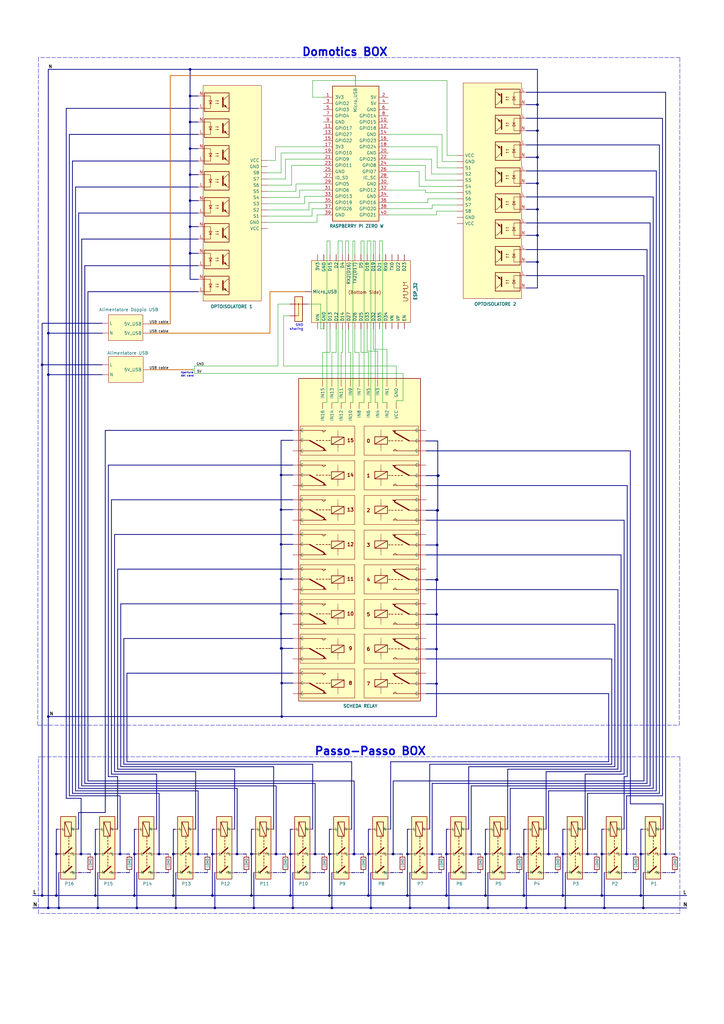
<source format=kicad_sch>
(kicad_sch (version 20211123) (generator eeschema)
  (paper "A3" portrait)
  (title_block (date "2025-03-03"))
  (junction (at 71.12 367.284))
  (junction (at 77.978 82.296))
  (junction (at 113.284 350.266))
  (junction (at 179.07 237.744))
  (junction (at 209.296 350.266))
  (junction (at 220.472 96.52))
  (junction (at 184.15 372.364))
  (junction (at 220.472 85.852))
  (junction (at 179.832 195.072))
  (junction (at 56.134 372.364))
  (junction (at 145.288 350.266))
  (junction (at 135.128 367.284))
  (junction (at 97.282 350.266))
  (junction (at 262.89 367.284))
  (junction (at 115.316 209.042))
  (junction (at 263.906 372.364))
  (junction (at 179.324 237.744))
  (junction (at 183.134 350.266))
  (junction (at 115.57 280.162))
  (junction (at 77.978 103.886))
  (junction (at 103.124 367.284))
  (junction (at 19.812 293.878))
  (junction (at 115.316 194.818))
  (junction (at 220.472 64.516))
  (junction (at 247.904 372.364))
  (junction (at 179.07 280.416))
  (junction (at 152.146 372.364))
  (junction (at 220.472 53.594))
  (junction (at 215.9 372.364))
  (junction (at 115.316 223.266))
  (junction (at 168.148 372.364))
  (junction (at 193.294 350.266))
  (junction (at 19.812 153.67))
  (junction (at 246.888 350.266))
  (junction (at 103.124 350.266))
  (junction (at 179.07 251.968))
  (junction (at 151.13 367.284))
  (junction (at 179.07 266.192))
  (junction (at 115.57 265.938))
  (junction (at 230.886 350.266))
  (junction (at 257.048 350.266))
  (junction (at 19.812 372.364))
  (junction (at 33.274 350.266))
  (junction (at 151.13 350.266))
  (junction (at 115.316 237.49))
  (junction (at 225.044 350.266))
  (junction (at 135.128 350.266))
  (junction (at 167.132 350.266))
  (junction (at 19.812 136.652))
  (junction (at 241.046 350.266))
  (junction (at 87.122 350.266))
  (junction (at 161.29 350.266))
  (junction (at 77.978 71.628))
  (junction (at 55.118 350.266))
  (junction (at 23.114 367.284))
  (junction (at 179.324 223.52))
  (junction (at 24.13 372.364))
  (junction (at 136.144 372.364))
  (junction (at 246.888 367.284))
  (junction (at 167.132 367.284))
  (junction (at 17.272 367.284))
  (junction (at 273.05 350.266))
  (junction (at 199.136 367.284))
  (junction (at 77.978 60.96))
  (junction (at 77.978 50.038))
  (junction (at 179.578 209.296))
  (junction (at 129.286 350.266))
  (junction (at 220.472 42.926))
  (junction (at 262.89 350.266))
  (junction (at 104.14 372.364))
  (junction (at 39.116 367.284))
  (junction (at 179.578 195.072))
  (junction (at 77.978 39.37))
  (junction (at 49.276 350.266))
  (junction (at 115.57 293.878))
  (junction (at 179.324 209.296))
  (junction (at 88.138 372.364))
  (junction (at 55.118 367.284))
  (junction (at 72.136 372.364))
  (junction (at 87.122 367.284))
  (junction (at 77.978 92.964))
  (junction (at 115.316 265.938))
  (junction (at 199.136 350.266))
  (junction (at 115.316 251.714))
  (junction (at 81.28 350.266))
  (junction (at 183.134 367.284))
  (junction (at 177.292 350.266))
  (junction (at 231.902 372.364))
  (junction (at 23.114 350.266))
  (junction (at 65.278 350.266))
  (junction (at 119.126 350.266))
  (junction (at 214.884 367.284))
  (junction (at 40.132 372.364))
  (junction (at 17.272 149.606))
  (junction (at 230.886 367.284))
  (junction (at 214.884 350.266))
  (junction (at 119.126 367.284))
  (junction (at 120.142 372.364))
  (junction (at 200.152 372.364))
  (junction (at 77.978 28.448))
  (junction (at 39.116 350.266))
  (junction (at 220.472 75.184))
  (junction (at 71.12 350.266))
  (junction (at 220.472 107.442))
  (bus (pts (xy 230.886 340.106) (xy 230.886 350.266)))
  (bus (pts (xy 128.524 350.266) (xy 129.286 350.266)))
  (bus (pts (xy 208.28 315.468) (xy 253.492 315.468)))
  (wire (pts (xy 153.162 134.874) (xy 153.162 143.256)))
  (bus (pts (xy 72.136 357.886) (xy 72.136 372.364)))
  (bus (pts (xy 115.57 280.162) (xy 120.142 280.162)))
  (bus (pts (xy 215.9 113.03) (xy 264.16 113.03)))
  (bus (pts (xy 176.276 313.436) (xy 250.952 313.436)))
  (bus (pts (xy 200.152 357.886) (xy 200.152 372.364)))
  (bus (pts (xy 87.122 350.266) (xy 87.122 367.284)))
  (wire (pts (xy 149.352 98.806) (xy 148.082 98.806)))
  (bus (pts (xy 19.812 136.652) (xy 19.812 153.67)))
  (bus (pts (xy 254.762 227.584) (xy 254.762 316.484)))
  (bus (pts (xy 77.978 28.448) (xy 77.978 39.37)))
  (bus (pts (xy 220.472 85.852) (xy 220.472 75.184)))
  (bus (pts (xy 23.114 367.284) (xy 39.116 367.284)))
  (bus (pts (xy 77.978 50.038) (xy 77.978 39.37)))
  (bus (pts (xy 162.814 357.886) (xy 163.068 357.886)))
  (bus (pts (xy 177.292 321.31) (xy 177.292 350.266)))
  (bus (pts (xy 114.046 357.886) (xy 114.3 357.886)))
  (bus (pts (xy 115.57 357.886) (xy 117.094 357.886)))
  (bus (pts (xy 160.274 357.886) (xy 161.544 357.886)))
  (wire (pts (xy 174.498 73.914) (xy 187.452 73.914)))
  (bus (pts (xy 161.29 320.294) (xy 161.29 350.266)))
  (wire (pts (xy 145.542 98.806) (xy 145.542 104.394)))
  (bus (pts (xy 19.812 136.652) (xy 41.91 136.652)))
  (bus (pts (xy 97.282 323.342) (xy 32.258 323.342)))
  (bus (pts (xy 183.896 340.106) (xy 183.134 340.106)))
  (bus (pts (xy 160.528 350.266) (xy 161.29 350.266)))
  (bus (pts (xy 151.13 350.266) (xy 151.13 367.284)))
  (wire (pts (xy 174.498 78.994) (xy 187.452 78.994)))
  (wire (pts (xy 162.56 164.338) (xy 165.354 164.338)))
  (bus (pts (xy 115.316 194.818) (xy 115.316 209.042)))
  (bus (pts (xy 167.132 367.284) (xy 183.134 367.284)))
  (bus (pts (xy 23.114 340.106) (xy 23.114 350.266)))
  (bus (pts (xy 193.294 350.266) (xy 193.548 350.266)))
  (bus (pts (xy 52.07 276.098) (xy 120.142 276.098)))
  (bus (pts (xy 33.528 98.044) (xy 33.528 322.326)))
  (bus (pts (xy 81.28 350.266) (xy 81.534 350.266)))
  (wire (pts (xy 139.954 165.1) (xy 141.732 165.1)))
  (bus (pts (xy 33.274 327.406) (xy 33.274 350.266)))
  (bus (pts (xy 240.03 317.5) (xy 256.032 317.5)))
  (bus (pts (xy 258.572 350.266) (xy 258.826 350.266)))
  (wire (pts (xy 151.13 144.526) (xy 151.13 155.956)))
  (wire (pts (xy 155.702 98.806) (xy 155.702 104.394)))
  (bus (pts (xy 199.898 340.106) (xy 199.136 340.106)))
  (wire (pts (xy 115.316 70.866) (xy 115.316 62.738)))
  (bus (pts (xy 88.138 357.886) (xy 88.138 372.364)))
  (wire (pts (xy 145.796 30.988) (xy 69.85 30.988)) (stroke (width 0.3) (color 204 102 0 1)))
  (bus (pts (xy 82.804 357.886) (xy 83.058 357.886)))
  (wire (pts (xy 162.56 165.1) (xy 162.56 164.338)))
  (bus (pts (xy 151.13 340.106) (xy 151.13 350.266)))
  (polyline (pts (xy 17.018 310.388) (xy 278.892 310.388)))
  (wire (pts (xy 174.498 77.978) (xy 174.498 78.994)))
  (bus (pts (xy 98.806 350.266) (xy 99.06 350.266)))
  (bus (pts (xy 179.07 237.744) (xy 179.07 251.968)))
  (bus (pts (xy 17.272 149.606) (xy 41.91 149.606)))
  (bus (pts (xy 44.45 190.754) (xy 120.142 190.754)))
  (wire (pts (xy 153.162 98.806) (xy 153.162 104.394)))
  (bus (pts (xy 103.124 367.284) (xy 119.126 367.284)))
  (bus (pts (xy 152.146 372.364) (xy 168.148 372.364)))
  (polyline (pts (xy 15.748 374.65) (xy 15.748 310.388)))
  (bus (pts (xy 55.118 350.266) (xy 55.118 367.284)))
  (bus (pts (xy 39.878 340.106) (xy 39.116 340.106)))
  (bus (pts (xy 215.9 85.852) (xy 220.472 85.852)))
  (bus (pts (xy 77.978 50.038) (xy 81.28 50.038)))
  (bus (pts (xy 145.288 320.294) (xy 36.068 320.294)))
  (bus (pts (xy 179.324 223.52) (xy 179.324 237.744)))
  (bus (pts (xy 243.332 357.886) (xy 244.856 357.886)))
  (bus (pts (xy 176.276 357.886) (xy 177.546 357.886)))
  (bus (pts (xy 64.516 350.266) (xy 65.278 350.266)))
  (wire (pts (xy 159.258 65.278) (xy 177.038 65.278)))
  (wire (pts (xy 174.498 67.818) (xy 174.498 73.914)))
  (wire (pts (xy 159.258 85.598) (xy 177.292 85.598)))
  (bus (pts (xy 83.566 357.886) (xy 85.09 357.886)))
  (bus (pts (xy 35.56 350.266) (xy 37.084 350.266)))
  (wire (pts (xy 117.094 73.406) (xy 117.094 65.278)))
  (bus (pts (xy 55.88 340.106) (xy 55.118 340.106)))
  (bus (pts (xy 194.818 357.886) (xy 195.072 357.886)))
  (bus (pts (xy 81.28 324.358) (xy 81.28 350.266)))
  (wire (pts (xy 128.016 88.646) (xy 109.728 88.646)))
  (bus (pts (xy 135.128 367.284) (xy 151.13 367.284)))
  (bus (pts (xy 103.124 340.106) (xy 103.124 350.266)))
  (bus (pts (xy 19.812 153.67) (xy 19.812 293.878)))
  (wire (pts (xy 181.356 66.294) (xy 181.356 55.118)))
  (bus (pts (xy 72.136 372.364) (xy 88.138 372.364)))
  (wire (pts (xy 109.728 83.566) (xy 124.968 83.566)))
  (bus (pts (xy 46.99 219.202) (xy 120.142 219.202)))
  (bus (pts (xy 258.572 329.692) (xy 258.572 184.912)))
  (bus (pts (xy 48.514 350.266) (xy 49.276 350.266)))
  (bus (pts (xy 220.472 42.926) (xy 220.472 28.448)))
  (bus (pts (xy 240.03 317.5) (xy 240.03 340.106)))
  (bus (pts (xy 200.152 372.364) (xy 215.9 372.364)))
  (bus (pts (xy 114.808 357.886) (xy 115.062 357.886)))
  (bus (pts (xy 115.316 223.266) (xy 120.142 223.266)))
  (bus (pts (xy 17.272 367.284) (xy 17.272 149.606)))
  (bus (pts (xy 224.282 350.266) (xy 225.044 350.266)))
  (bus (pts (xy 112.268 314.452) (xy 49.53 314.452)))
  (wire (pts (xy 158.75 165.1) (xy 156.972 165.1)))
  (bus (pts (xy 215.9 80.772) (xy 267.97 80.772)))
  (bus (pts (xy 266.7 322.326) (xy 266.7 91.44)))
  (bus (pts (xy 119.888 340.106) (xy 119.126 340.106)))
  (bus (pts (xy 178.816 350.266) (xy 179.07 350.266)))
  (bus (pts (xy 40.132 357.886) (xy 40.132 372.364)))
  (wire (pts (xy 187.452 66.294) (xy 181.356 66.294)))
  (bus (pts (xy 13.462 372.364) (xy 19.812 372.364)))
  (bus (pts (xy 17.272 367.284) (xy 23.114 367.284)))
  (wire (pts (xy 143.002 134.874) (xy 143.002 144.526)))
  (bus (pts (xy 146.812 357.886) (xy 147.066 357.886)))
  (wire (pts (xy 145.796 30.988) (xy 145.796 32.512)) (stroke (width 0.3) (color 204 102 0 1)))
  (wire (pts (xy 135.382 134.874) (xy 135.382 144.526)))
  (wire (pts (xy 159.258 70.358) (xy 171.958 70.358)))
  (bus (pts (xy 179.578 357.886) (xy 181.102 357.886)))
  (wire (pts (xy 126.492 124.714) (xy 131.572 124.714)))
  (wire (pts (xy 150.622 98.806) (xy 150.622 104.394)))
  (bus (pts (xy 35.56 357.886) (xy 37.084 357.886)))
  (bus (pts (xy 199.136 350.266) (xy 199.136 367.284)))
  (bus (pts (xy 262.89 367.284) (xy 281.686 367.284)))
  (wire (pts (xy 138.684 98.806) (xy 140.462 98.806)))
  (wire (pts (xy 116.332 150.114) (xy 162.56 150.114)))
  (bus (pts (xy 195.58 357.886) (xy 197.104 357.886)))
  (bus (pts (xy 50.8 357.886) (xy 51.054 357.886)))
  (bus (pts (xy 32.258 333.248) (xy 43.18 333.248)))
  (wire (pts (xy 150.622 134.874) (xy 150.622 144.018)))
  (wire (pts (xy 79.756 153.162) (xy 165.354 153.162)))
  (bus (pts (xy 82.042 357.886) (xy 82.296 357.886)))
  (bus (pts (xy 273.812 357.886) (xy 274.066 357.886)))
  (wire (pts (xy 175.514 83.058) (xy 175.514 81.534)))
  (bus (pts (xy 275.336 350.266) (xy 276.86 350.266)))
  (bus (pts (xy 88.138 372.364) (xy 104.14 372.364)))
  (bus (pts (xy 231.902 357.886) (xy 231.902 372.364)))
  (bus (pts (xy 115.316 180.594) (xy 115.316 194.818)))
  (bus (pts (xy 28.448 55.118) (xy 28.448 326.39)))
  (bus (pts (xy 174.752 213.36) (xy 256.032 213.36)))
  (bus (pts (xy 112.522 350.266) (xy 113.284 350.266)))
  (bus (pts (xy 241.046 350.266) (xy 241.3 350.266)))
  (bus (pts (xy 24.13 372.364) (xy 40.132 372.364)))
  (bus (pts (xy 23.876 340.106) (xy 23.114 340.106)))
  (wire (pts (xy 159.258 83.058) (xy 175.514 83.058)))
  (wire (pts (xy 130.048 88.138) (xy 130.048 91.186)))
  (bus (pts (xy 174.752 227.584) (xy 254.762 227.584)))
  (bus (pts (xy 32.258 87.376) (xy 32.258 323.342)))
  (bus (pts (xy 161.29 320.294) (xy 264.16 320.294)))
  (bus (pts (xy 241.808 350.266) (xy 242.062 350.266)))
  (wire (pts (xy 136.144 165.1) (xy 138.684 165.1)))
  (bus (pts (xy 72.136 350.266) (xy 71.12 350.266)))
  (wire (pts (xy 145.542 134.874) (xy 145.542 144.526)))
  (bus (pts (xy 83.566 350.266) (xy 85.09 350.266)))
  (bus (pts (xy 146.812 350.266) (xy 147.066 350.266)))
  (bus (pts (xy 80.518 350.266) (xy 81.28 350.266)))
  (bus (pts (xy 115.316 194.818) (xy 120.142 194.818)))
  (bus (pts (xy 215.9 48.514) (xy 271.78 48.514)))
  (bus (pts (xy 129.286 321.31) (xy 129.286 350.266)))
  (wire (pts (xy 135.382 98.806) (xy 135.382 104.394)))
  (wire (pts (xy 147.32 144.526) (xy 147.32 155.956)))
  (wire (pts (xy 124.968 83.566) (xy 124.968 80.518)))
  (bus (pts (xy 225.806 350.266) (xy 226.06 350.266)))
  (wire (pts (xy 148.082 98.806) (xy 148.082 104.394)))
  (wire (pts (xy 128.016 85.598) (xy 128.016 88.646)))
  (wire (pts (xy 139.954 144.526) (xy 139.954 155.956)))
  (bus (pts (xy 151.13 367.284) (xy 167.132 367.284)))
  (bus (pts (xy 184.15 350.266) (xy 183.134 350.266)))
  (bus (pts (xy 144.272 312.42) (xy 52.07 312.42)))
  (bus (pts (xy 273.05 350.266) (xy 273.304 350.266)))
  (bus (pts (xy 49.276 350.266) (xy 49.53 350.266)))
  (bus (pts (xy 39.116 367.284) (xy 55.118 367.284)))
  (bus (pts (xy 48.26 315.468) (xy 48.26 233.426)))
  (wire (pts (xy 177.038 71.374) (xy 187.452 71.374)))
  (bus (pts (xy 179.578 180.848) (xy 179.578 195.072)))
  (polyline (pts (xy 278.892 310.388) (xy 278.892 374.65)))
  (bus (pts (xy 215.646 340.106) (xy 214.884 340.106)))
  (bus (pts (xy 67.564 357.886) (xy 69.088 357.886)))
  (bus (pts (xy 34.798 350.266) (xy 35.052 350.266)))
  (bus (pts (xy 129.286 321.31) (xy 34.798 321.31)))
  (wire (pts (xy 78.74 151.892) (xy 79.756 151.892)))
  (bus (pts (xy 259.334 357.886) (xy 260.858 357.886)))
  (bus (pts (xy 184.15 357.886) (xy 184.15 372.364)))
  (bus (pts (xy 19.812 372.364) (xy 24.13 372.364)))
  (wire (pts (xy 165.354 153.162) (xy 165.354 164.338)))
  (wire (pts (xy 79.756 150.114) (xy 114.046 150.114)))
  (bus (pts (xy 77.978 60.96) (xy 77.978 50.038)))
  (bus (pts (xy 179.578 195.072) (xy 179.578 209.296)))
  (bus (pts (xy 174.752 209.296) (xy 179.324 209.296)))
  (bus (pts (xy 128.27 313.436) (xy 50.8 313.436)))
  (bus (pts (xy 77.978 92.964) (xy 77.978 82.296)))
  (bus (pts (xy 168.148 372.364) (xy 184.15 372.364)))
  (wire (pts (xy 177.038 65.278) (xy 177.038 71.374)))
  (bus (pts (xy 211.582 350.266) (xy 213.106 350.266)))
  (bus (pts (xy 272.034 329.692) (xy 272.034 340.106)))
  (wire (pts (xy 128.27 39.878) (xy 128.27 33.02)))
  (bus (pts (xy 256.286 350.266) (xy 257.048 350.266)))
  (bus (pts (xy 160.274 312.42) (xy 160.274 340.106)))
  (wire (pts (xy 109.728 75.946) (xy 119.634 75.946)))
  (wire (pts (xy 69.85 30.988) (xy 69.85 132.842)) (stroke (width 0.3) (color 204 102 0 1)))
  (bus (pts (xy 77.978 28.448) (xy 19.812 28.448)))
  (bus (pts (xy 82.042 350.266) (xy 82.296 350.266)))
  (bus (pts (xy 99.568 350.266) (xy 101.092 350.266)))
  (bus (pts (xy 257.048 326.39) (xy 257.048 350.266)))
  (bus (pts (xy 119.126 340.106) (xy 119.126 350.266)))
  (bus (pts (xy 167.132 350.266) (xy 167.132 367.284)))
  (bus (pts (xy 267.97 80.772) (xy 267.97 323.342)))
  (bus (pts (xy 24.13 350.266) (xy 23.114 350.266)))
  (bus (pts (xy 193.294 322.326) (xy 193.294 350.266)))
  (wire (pts (xy 141.732 98.806) (xy 143.002 98.806)))
  (bus (pts (xy 40.132 372.364) (xy 56.134 372.364)))
  (bus (pts (xy 50.038 357.886) (xy 50.292 357.886)))
  (bus (pts (xy 64.262 357.886) (xy 65.532 357.886)))
  (bus (pts (xy 32.258 357.886) (xy 33.528 357.886)))
  (wire (pts (xy 131.572 124.714) (xy 131.572 134.874)))
  (bus (pts (xy 98.044 350.266) (xy 98.298 350.266)))
  (bus (pts (xy 184.15 372.364) (xy 200.152 372.364)))
  (bus (pts (xy 263.906 372.364) (xy 281.686 372.364)))
  (bus (pts (xy 120.142 209.042) (xy 115.316 209.042)))
  (bus (pts (xy 211.582 357.886) (xy 213.106 357.886)))
  (wire (pts (xy 132.334 165.1) (xy 134.112 165.1)))
  (bus (pts (xy 273.812 350.266) (xy 274.066 350.266)))
  (wire (pts (xy 162.56 150.114) (xy 162.56 155.956)))
  (bus (pts (xy 131.572 350.266) (xy 133.096 350.266)))
  (bus (pts (xy 272.034 357.886) (xy 273.304 357.886)))
  (bus (pts (xy 179.07 266.192) (xy 179.07 280.416)))
  (bus (pts (xy 128.27 357.886) (xy 129.54 357.886)))
  (bus (pts (xy 113.284 322.326) (xy 33.528 322.326)))
  (wire (pts (xy 183.388 33.02) (xy 183.388 63.754)))
  (wire (pts (xy 159.258 60.198) (xy 179.324 60.198)))
  (bus (pts (xy 81.28 76.708) (xy 30.988 76.708)))
  (bus (pts (xy 77.978 60.96) (xy 81.28 60.96)))
  (bus (pts (xy 104.14 350.266) (xy 103.124 350.266)))
  (wire (pts (xy 126.746 83.058) (xy 132.588 83.058)))
  (bus (pts (xy 231.648 340.106) (xy 230.886 340.106)))
  (wire (pts (xy 159.258 67.818) (xy 174.498 67.818)))
  (bus (pts (xy 208.28 315.468) (xy 208.28 340.106)))
  (wire (pts (xy 177.292 84.074) (xy 187.452 84.074)))
  (bus (pts (xy 56.134 350.266) (xy 55.118 350.266)))
  (bus (pts (xy 27.178 44.45) (xy 27.178 327.406)))
  (bus (pts (xy 77.978 82.296) (xy 77.978 71.628)))
  (bus (pts (xy 80.264 357.886) (xy 81.534 357.886)))
  (bus (pts (xy 262.89 340.106) (xy 262.89 350.266)))
  (bus (pts (xy 192.278 357.886) (xy 193.548 357.886)))
  (wire (pts (xy 158.75 143.256) (xy 158.75 155.956)))
  (bus (pts (xy 98.806 357.886) (xy 99.06 357.886)))
  (wire (pts (xy 177.292 85.598) (xy 177.292 84.074)))
  (bus (pts (xy 77.978 103.886) (xy 81.28 103.886)))
  (bus (pts (xy 220.472 107.442) (xy 220.472 96.52)))
  (wire (pts (xy 132.588 60.198) (xy 113.03 60.198)))
  (bus (pts (xy 36.068 119.634) (xy 36.068 320.294)))
  (bus (pts (xy 146.05 350.266) (xy 146.304 350.266)))
  (bus (pts (xy 81.28 114.554) (xy 77.978 114.554)))
  (wire (pts (xy 119.634 67.818) (xy 132.588 67.818)))
  (wire (pts (xy 126.746 86.106) (xy 126.746 83.058)))
  (bus (pts (xy 263.906 350.266) (xy 262.89 350.266)))
  (bus (pts (xy 215.9 70.104) (xy 269.24 70.104)))
  (wire (pts (xy 137.922 144.526) (xy 136.144 144.526)))
  (bus (pts (xy 174.752 284.48) (xy 249.682 284.48)))
  (bus (pts (xy 13.462 367.284) (xy 17.272 367.284)))
  (bus (pts (xy 55.118 340.106) (xy 55.118 350.266)))
  (bus (pts (xy 163.576 350.266) (xy 165.1 350.266)))
  (bus (pts (xy 215.9 37.846) (xy 273.05 37.846)))
  (bus (pts (xy 174.752 280.416) (xy 179.07 280.416)))
  (bus (pts (xy 66.802 350.266) (xy 67.056 350.266)))
  (bus (pts (xy 19.812 153.67) (xy 41.91 153.67)))
  (bus (pts (xy 250.952 270.256) (xy 250.952 313.436)))
  (bus (pts (xy 51.562 350.266) (xy 53.086 350.266)))
  (bus (pts (xy 225.044 350.266) (xy 225.298 350.266)))
  (bus (pts (xy 97.282 350.266) (xy 97.536 350.266)))
  (bus (pts (xy 32.258 87.376) (xy 81.28 87.376)))
  (bus (pts (xy 61.214 151.638) (xy 78.74 151.638)) (stroke (width 0.3) (color 204 102 0 1)))
  (bus (pts (xy 48.26 233.426) (xy 120.142 233.426)))
  (bus (pts (xy 194.818 350.266) (xy 195.072 350.266)))
  (wire (pts (xy 159.258 55.118) (xy 181.356 55.118)))
  (bus (pts (xy 97.282 323.342) (xy 97.282 350.266)))
  (bus (pts (xy 56.134 372.364) (xy 72.136 372.364)))
  (bus (pts (xy 220.472 118.11) (xy 220.472 107.442)))
  (bus (pts (xy 200.152 350.266) (xy 199.136 350.266)))
  (wire (pts (xy 110.744 136.652) (xy 110.744 119.634)) (stroke (width 0.3) (color 204 102 0 1)))
  (wire (pts (xy 61.214 136.652) (xy 110.744 136.652)) (stroke (width 0.3) (color 204 102 0 1)))
  (bus (pts (xy 87.884 340.106) (xy 87.122 340.106)))
  (bus (pts (xy 256.032 213.36) (xy 256.032 317.5)))
  (wire (pts (xy 147.32 165.1) (xy 149.352 165.1)))
  (bus (pts (xy 48.26 318.516) (xy 48.26 340.106)))
  (bus (pts (xy 103.124 350.266) (xy 103.124 367.284)))
  (bus (pts (xy 194.056 357.886) (xy 194.31 357.886)))
  (bus (pts (xy 231.902 350.266) (xy 230.886 350.266)))
  (bus (pts (xy 215.9 59.436) (xy 270.51 59.436)))
  (bus (pts (xy 257.048 326.39) (xy 271.78 326.39)))
  (bus (pts (xy 242.57 357.886) (xy 242.824 357.886)))
  (bus (pts (xy 43.18 176.53) (xy 120.142 176.53)))
  (bus (pts (xy 50.8 261.874) (xy 120.142 261.874)))
  (bus (pts (xy 215.9 357.886) (xy 215.9 372.364)))
  (bus (pts (xy 257.048 350.266) (xy 257.302 350.266)))
  (bus (pts (xy 40.132 350.266) (xy 39.116 350.266)))
  (bus (pts (xy 257.81 350.266) (xy 258.064 350.266)))
  (bus (pts (xy 230.886 367.284) (xy 246.888 367.284)))
  (bus (pts (xy 135.89 340.106) (xy 135.128 340.106)))
  (wire (pts (xy 114.046 124.714) (xy 114.046 150.114)))
  (bus (pts (xy 144.272 357.886) (xy 145.542 357.886)))
  (bus (pts (xy 226.568 350.266) (xy 226.822 350.266)))
  (bus (pts (xy 115.316 251.714) (xy 120.142 251.714)))
  (bus (pts (xy 199.136 367.284) (xy 214.884 367.284)))
  (bus (pts (xy 120.142 265.938) (xy 115.57 265.938)))
  (bus (pts (xy 240.284 350.266) (xy 241.046 350.266)))
  (bus (pts (xy 120.142 350.266) (xy 119.126 350.266)))
  (wire (pts (xy 137.922 134.874) (xy 137.922 144.526)))
  (bus (pts (xy 49.53 314.452) (xy 49.53 247.65)))
  (bus (pts (xy 64.262 317.5) (xy 45.72 317.5)))
  (wire (pts (xy 114.046 124.714) (xy 118.872 124.714)))
  (bus (pts (xy 225.044 324.358) (xy 225.044 350.266)))
  (wire (pts (xy 140.462 144.526) (xy 139.954 144.526)))
  (wire (pts (xy 150.622 144.018) (xy 154.94 144.018)))
  (wire (pts (xy 130.048 91.186) (xy 109.728 91.186)))
  (bus (pts (xy 135.128 340.106) (xy 135.128 350.266)))
  (bus (pts (xy 263.906 357.886) (xy 263.906 372.364)))
  (wire (pts (xy 135.382 144.526) (xy 132.334 144.526)))
  (bus (pts (xy 263.652 340.106) (xy 262.89 340.106)))
  (wire (pts (xy 131.572 134.874) (xy 132.842 134.874)))
  (bus (pts (xy 46.99 316.484) (xy 46.99 219.202)))
  (bus (pts (xy 162.052 350.266) (xy 162.306 350.266)))
  (bus (pts (xy 215.9 107.442) (xy 220.472 107.442)))
  (bus (pts (xy 129.286 350.266) (xy 129.54 350.266)))
  (bus (pts (xy 174.752 266.192) (xy 179.07 266.192)))
  (bus (pts (xy 87.122 367.284) (xy 103.124 367.284)))
  (wire (pts (xy 179.07 86.614) (xy 187.452 86.614)))
  (bus (pts (xy 256.032 318.516) (xy 256.032 340.106)))
  (bus (pts (xy 29.718 66.04) (xy 29.718 325.374)))
  (wire (pts (xy 61.214 132.842) (xy 69.85 132.842)) (stroke (width 0.3) (color 204 102 0 1)))
  (bus (pts (xy 246.888 340.106) (xy 246.888 350.266)))
  (bus (pts (xy 241.808 357.886) (xy 242.062 357.886)))
  (bus (pts (xy 113.284 322.326) (xy 113.284 350.266)))
  (bus (pts (xy 56.134 357.886) (xy 56.134 372.364)))
  (bus (pts (xy 144.526 350.266) (xy 145.288 350.266)))
  (wire (pts (xy 171.958 76.454) (xy 187.452 76.454)))
  (bus (pts (xy 253.492 241.808) (xy 253.492 315.468)))
  (wire (pts (xy 144.78 98.806) (xy 145.542 98.806)))
  (bus (pts (xy 52.07 312.42) (xy 52.07 276.098)))
  (bus (pts (xy 55.118 367.284) (xy 71.12 367.284)))
  (bus (pts (xy 179.324 237.744) (xy 179.07 237.744)))
  (bus (pts (xy 32.258 340.106) (xy 32.258 333.248)))
  (wire (pts (xy 153.162 143.256) (xy 158.75 143.256)))
  (bus (pts (xy 179.832 195.072) (xy 179.578 195.072)))
  (bus (pts (xy 161.29 350.266) (xy 161.544 350.266)))
  (bus (pts (xy 231.902 372.364) (xy 247.904 372.364)))
  (polyline (pts (xy 15.748 23.622) (xy 15.494 297.434)))
  (bus (pts (xy 274.574 357.886) (xy 274.828 357.886)))
  (wire (pts (xy 145.542 144.526) (xy 147.32 144.526)))
  (wire (pts (xy 143.002 144.526) (xy 143.764 144.526)))
  (bus (pts (xy 147.574 350.266) (xy 149.098 350.266)))
  (bus (pts (xy 174.752 199.136) (xy 257.302 199.136)))
  (wire (pts (xy 143.764 165.1) (xy 144.78 165.1)))
  (bus (pts (xy 210.058 350.266) (xy 210.312 350.266)))
  (wire (pts (xy 78.74 151.384) (xy 79.756 151.384)))
  (bus (pts (xy 130.81 350.266) (xy 131.064 350.266)))
  (bus (pts (xy 162.814 350.266) (xy 163.068 350.266)))
  (bus (pts (xy 179.578 350.266) (xy 181.102 350.266)))
  (bus (pts (xy 33.274 350.266) (xy 33.528 350.266)))
  (bus (pts (xy 258.572 357.886) (xy 258.826 357.886)))
  (bus (pts (xy 241.046 325.374) (xy 241.046 350.266)))
  (wire (pts (xy 124.968 80.518) (xy 132.588 80.518)))
  (bus (pts (xy 192.278 314.452) (xy 192.278 340.106)))
  (bus (pts (xy 215.9 96.52) (xy 220.472 96.52)))
  (wire (pts (xy 79.756 151.892) (xy 79.756 153.162)))
  (bus (pts (xy 98.044 357.886) (xy 98.298 357.886)))
  (bus (pts (xy 257.302 199.136) (xy 257.302 318.516)))
  (wire (pts (xy 179.324 68.834) (xy 187.452 68.834)))
  (bus (pts (xy 271.78 326.39) (xy 271.78 48.514)))
  (bus (pts (xy 34.798 357.886) (xy 35.052 357.886)))
  (bus (pts (xy 115.316 265.938) (xy 115.57 265.938)))
  (bus (pts (xy 225.044 324.358) (xy 269.24 324.358)))
  (bus (pts (xy 45.72 204.978) (xy 120.142 204.978)))
  (bus (pts (xy 48.26 318.516) (xy 44.45 318.516)))
  (bus (pts (xy 77.978 114.554) (xy 77.978 103.886)))
  (bus (pts (xy 130.048 350.266) (xy 130.302 350.266)))
  (bus (pts (xy 257.81 357.886) (xy 258.064 357.886)))
  (bus (pts (xy 215.9 75.184) (xy 220.472 75.184)))
  (bus (pts (xy 50.8 313.436) (xy 50.8 261.874)))
  (bus (pts (xy 272.034 329.692) (xy 258.572 329.692)))
  (bus (pts (xy 130.048 357.886) (xy 130.302 357.886)))
  (bus (pts (xy 49.53 247.65) (xy 120.142 247.65)))
  (wire (pts (xy 140.462 98.806) (xy 140.462 104.394)))
  (bus (pts (xy 71.12 367.284) (xy 87.122 367.284)))
  (bus (pts (xy 71.882 340.106) (xy 71.12 340.106)))
  (bus (pts (xy 19.812 28.448) (xy 19.812 136.652)))
  (bus (pts (xy 168.148 350.266) (xy 167.132 350.266)))
  (wire (pts (xy 113.03 65.786) (xy 109.728 65.786)))
  (bus (pts (xy 120.142 372.364) (xy 136.144 372.364)))
  (bus (pts (xy 227.33 350.266) (xy 228.854 350.266)))
  (polyline (pts (xy 278.892 23.622) (xy 15.748 23.622)))
  (wire (pts (xy 115.316 62.738) (xy 132.588 62.738)))
  (polyline (pts (xy 278.892 374.65) (xy 15.748 374.65)))
  (bus (pts (xy 274.574 350.266) (xy 274.828 350.266)))
  (bus (pts (xy 247.904 372.364) (xy 263.906 372.364)))
  (bus (pts (xy 66.04 350.266) (xy 66.294 350.266)))
  (wire (pts (xy 152.146 98.806) (xy 152.146 165.1)))
  (bus (pts (xy 145.288 320.294) (xy 145.288 350.266)))
  (bus (pts (xy 174.752 251.968) (xy 179.07 251.968)))
  (bus (pts (xy 96.266 315.468) (xy 48.26 315.468)))
  (bus (pts (xy 215.9 53.594) (xy 220.472 53.594)))
  (bus (pts (xy 99.568 357.886) (xy 101.092 357.886)))
  (bus (pts (xy 113.284 350.266) (xy 113.538 350.266)))
  (bus (pts (xy 120.142 180.594) (xy 115.316 180.594)))
  (polyline (pts (xy 15.494 297.434) (xy 278.638 297.434)))
  (wire (pts (xy 179.07 88.138) (xy 179.07 86.614)))
  (wire (pts (xy 171.958 70.358) (xy 171.958 76.454)))
  (bus (pts (xy 34.798 108.966) (xy 34.798 321.31)))
  (bus (pts (xy 210.82 350.266) (xy 211.074 350.266)))
  (wire (pts (xy 132.588 85.598) (xy 128.016 85.598)))
  (bus (pts (xy 215.9 64.516) (xy 220.472 64.516)))
  (bus (pts (xy 265.43 321.31) (xy 177.292 321.31)))
  (bus (pts (xy 48.26 357.886) (xy 49.53 357.886)))
  (wire (pts (xy 183.388 63.754) (xy 187.452 63.754)))
  (bus (pts (xy 33.274 327.406) (xy 27.178 327.406)))
  (bus (pts (xy 96.266 315.468) (xy 96.266 340.106)))
  (wire (pts (xy 154.94 165.1) (xy 153.924 165.1)))
  (wire (pts (xy 136.144 144.526) (xy 136.144 155.956)))
  (bus (pts (xy 220.472 28.448) (xy 77.978 28.448)))
  (wire (pts (xy 117.094 65.278) (xy 132.588 65.278)))
  (bus (pts (xy 80.264 316.484) (xy 46.99 316.484)))
  (bus (pts (xy 71.12 340.106) (xy 71.12 350.266)))
  (bus (pts (xy 115.316 251.714) (xy 115.316 265.938)))
  (bus (pts (xy 262.89 350.266) (xy 262.89 367.284)))
  (bus (pts (xy 39.116 340.106) (xy 39.116 350.266)))
  (wire (pts (xy 175.514 81.534) (xy 187.452 81.534)))
  (wire (pts (xy 152.146 98.806) (xy 150.622 98.806)))
  (bus (pts (xy 272.288 350.266) (xy 273.05 350.266)))
  (wire (pts (xy 140.462 134.874) (xy 140.462 144.526)))
  (wire (pts (xy 122.936 77.978) (xy 132.588 77.978)))
  (bus (pts (xy 43.18 333.248) (xy 43.18 176.53)))
  (bus (pts (xy 50.038 350.266) (xy 50.292 350.266)))
  (bus (pts (xy 27.178 44.45) (xy 81.28 44.45)))
  (bus (pts (xy 77.978 92.964) (xy 77.978 103.886)))
  (wire (pts (xy 151.13 165.1) (xy 152.146 165.1)))
  (bus (pts (xy 167.132 340.106) (xy 167.132 350.266)))
  (bus (pts (xy 242.57 350.266) (xy 242.824 350.266)))
  (bus (pts (xy 81.28 324.358) (xy 30.988 324.358)))
  (bus (pts (xy 49.276 326.39) (xy 49.276 350.266)))
  (bus (pts (xy 208.28 357.886) (xy 209.55 357.886)))
  (bus (pts (xy 275.336 357.886) (xy 276.86 357.886)))
  (bus (pts (xy 246.888 350.266) (xy 246.888 367.284)))
  (bus (pts (xy 119.126 350.266) (xy 119.126 367.284)))
  (wire (pts (xy 148.082 134.874) (xy 148.082 144.526)))
  (bus (pts (xy 120.142 237.49) (xy 115.316 237.49)))
  (bus (pts (xy 82.804 350.266) (xy 83.058 350.266)))
  (bus (pts (xy 209.296 350.266) (xy 209.55 350.266)))
  (bus (pts (xy 210.058 357.886) (xy 210.312 357.886)))
  (wire (pts (xy 132.334 144.526) (xy 132.334 155.956)))
  (bus (pts (xy 174.752 241.808) (xy 253.492 241.808)))
  (bus (pts (xy 247.904 350.266) (xy 246.888 350.266)))
  (bus (pts (xy 215.9 91.44) (xy 266.7 91.44)))
  (bus (pts (xy 104.14 357.886) (xy 104.14 372.364)))
  (bus (pts (xy 19.812 293.878) (xy 19.812 372.364)))
  (bus (pts (xy 176.53 350.266) (xy 177.292 350.266)))
  (bus (pts (xy 183.134 340.106) (xy 183.134 350.266)))
  (bus (pts (xy 51.562 357.886) (xy 53.086 357.886)))
  (bus (pts (xy 264.16 320.294) (xy 264.16 113.03)))
  (wire (pts (xy 148.082 144.526) (xy 151.13 144.526)))
  (bus (pts (xy 136.144 350.266) (xy 135.128 350.266)))
  (bus (pts (xy 96.266 357.886) (xy 97.536 357.886)))
  (bus (pts (xy 136.144 372.364) (xy 152.146 372.364)))
  (bus (pts (xy 174.752 223.52) (xy 179.324 223.52)))
  (bus (pts (xy 104.14 372.364) (xy 120.142 372.364)))
  (bus (pts (xy 112.268 357.886) (xy 113.538 357.886)))
  (bus (pts (xy 179.324 209.296) (xy 179.324 223.52)))
  (bus (pts (xy 179.578 195.072) (xy 174.752 195.072)))
  (bus (pts (xy 240.03 357.886) (xy 241.3 357.886)))
  (bus (pts (xy 174.752 180.848) (xy 179.578 180.848)))
  (bus (pts (xy 144.272 312.42) (xy 144.272 340.106)))
  (bus (pts (xy 128.27 313.436) (xy 128.27 340.106)))
  (bus (pts (xy 220.472 96.52) (xy 220.472 85.852)))
  (wire (pts (xy 156.972 98.806) (xy 155.702 98.806)))
  (bus (pts (xy 96.52 350.266) (xy 97.282 350.266)))
  (bus (pts (xy 208.534 350.266) (xy 209.296 350.266)))
  (bus (pts (xy 81.28 55.118) (xy 28.448 55.118)))
  (bus (pts (xy 145.288 350.266) (xy 145.542 350.266)))
  (bus (pts (xy 256.032 318.516) (xy 257.302 318.516)))
  (bus (pts (xy 160.274 312.42) (xy 249.682 312.42)))
  (bus (pts (xy 103.886 340.106) (xy 103.124 340.106)))
  (wire (pts (xy 109.728 70.866) (xy 115.316 70.866)))
  (bus (pts (xy 209.296 323.342) (xy 209.296 350.266)))
  (wire (pts (xy 109.728 86.106) (xy 126.746 86.106)))
  (wire (pts (xy 121.412 75.438) (xy 132.588 75.438)))
  (bus (pts (xy 114.046 350.266) (xy 114.3 350.266)))
  (bus (pts (xy 136.144 357.886) (xy 136.144 372.364)))
  (wire (pts (xy 138.684 98.806) (xy 138.684 165.1)))
  (bus (pts (xy 115.316 209.042) (xy 115.316 223.266)))
  (wire (pts (xy 116.332 129.54) (xy 116.332 150.114)))
  (bus (pts (xy 210.82 357.886) (xy 211.074 357.886)))
  (bus (pts (xy 224.028 316.484) (xy 224.028 340.106)))
  (bus (pts (xy 270.51 59.436) (xy 270.51 325.374)))
  (wire (pts (xy 143.002 98.806) (xy 143.002 104.394)))
  (bus (pts (xy 174.752 237.744) (xy 179.07 237.744)))
  (bus (pts (xy 256.032 357.886) (xy 257.302 357.886)))
  (bus (pts (xy 199.136 340.106) (xy 199.136 350.266)))
  (wire (pts (xy 159.258 88.138) (xy 179.07 88.138)))
  (bus (pts (xy 214.884 340.106) (xy 214.884 350.266)))
  (wire (pts (xy 122.936 81.026) (xy 122.936 77.978)))
  (bus (pts (xy 65.278 325.374) (xy 65.278 350.266)))
  (wire (pts (xy 132.588 88.138) (xy 130.048 88.138)))
  (wire (pts (xy 149.352 98.806) (xy 149.352 165.1)))
  (bus (pts (xy 179.07 251.968) (xy 179.07 266.192)))
  (bus (pts (xy 65.278 325.374) (xy 29.718 325.374)))
  (bus (pts (xy 215.9 102.362) (xy 265.43 102.362)))
  (bus (pts (xy 64.262 317.5) (xy 64.262 340.106)))
  (bus (pts (xy 71.12 350.266) (xy 71.12 367.284)))
  (bus (pts (xy 194.056 350.266) (xy 194.31 350.266)))
  (bus (pts (xy 215.9 118.11) (xy 220.472 118.11)))
  (bus (pts (xy 273.05 37.846) (xy 273.05 350.266)))
  (wire (pts (xy 144.78 98.806) (xy 144.78 165.1)))
  (bus (pts (xy 220.472 53.594) (xy 220.472 42.926)))
  (bus (pts (xy 115.57 293.878) (xy 179.07 293.878)))
  (bus (pts (xy 224.028 316.484) (xy 254.762 316.484)))
  (bus (pts (xy 115.57 280.162) (xy 115.57 293.878)))
  (bus (pts (xy 215.9 372.364) (xy 231.902 372.364)))
  (bus (pts (xy 28.448 326.39) (xy 49.276 326.39)))
  (bus (pts (xy 87.122 340.106) (xy 87.122 350.266)))
  (bus (pts (xy 241.046 325.374) (xy 270.51 325.374)))
  (wire (pts (xy 118.872 129.54) (xy 116.332 129.54)))
  (bus (pts (xy 227.33 357.886) (xy 228.854 357.886)))
  (bus (pts (xy 67.564 350.266) (xy 69.088 350.266)))
  (bus (pts (xy 66.04 357.886) (xy 66.294 357.886)))
  (bus (pts (xy 77.978 71.628) (xy 81.28 71.628)))
  (bus (pts (xy 146.05 357.886) (xy 146.304 357.886)))
  (bus (pts (xy 176.276 313.436) (xy 176.276 340.106)))
  (bus (pts (xy 32.512 350.266) (xy 33.274 350.266)))
  (bus (pts (xy 167.894 340.106) (xy 167.132 340.106)))
  (bus (pts (xy 115.57 265.938) (xy 115.57 280.162)))
  (bus (pts (xy 19.812 293.878) (xy 115.57 293.878)))
  (bus (pts (xy 65.278 350.266) (xy 65.532 350.266)))
  (bus (pts (xy 249.682 284.48) (xy 249.682 312.42)))
  (bus (pts (xy 119.126 367.284) (xy 135.128 367.284)))
  (bus (pts (xy 178.816 357.886) (xy 179.07 357.886)))
  (wire (pts (xy 134.112 98.806) (xy 134.112 165.1)))
  (bus (pts (xy 226.568 357.886) (xy 226.822 357.886)))
  (bus (pts (xy 220.472 75.184) (xy 220.472 64.516)))
  (bus (pts (xy 192.532 350.266) (xy 193.294 350.266)))
  (bus (pts (xy 114.808 350.266) (xy 115.062 350.266)))
  (bus (pts (xy 130.81 357.886) (xy 131.064 357.886)))
  (bus (pts (xy 147.574 357.886) (xy 149.098 357.886)))
  (bus (pts (xy 34.798 108.966) (xy 81.28 108.966)))
  (bus (pts (xy 215.9 350.266) (xy 214.884 350.266)))
  (polyline (pts (xy 278.638 297.434) (xy 278.892 23.622)))
  (wire (pts (xy 121.412 78.486) (xy 121.412 75.438)))
  (bus (pts (xy 174.752 184.912) (xy 258.572 184.912)))
  (bus (pts (xy 174.752 270.256) (xy 250.952 270.256)))
  (bus (pts (xy 120.142 357.886) (xy 120.142 372.364)))
  (bus (pts (xy 252.222 256.032) (xy 252.222 314.452)))
  (bus (pts (xy 220.472 64.516) (xy 220.472 53.594)))
  (polyline (pts (xy 15.748 310.388) (xy 16.764 310.388)))
  (bus (pts (xy 243.332 350.266) (xy 244.856 350.266)))
  (bus (pts (xy 45.72 317.5) (xy 45.72 204.978)))
  (bus (pts (xy 66.802 357.886) (xy 67.056 357.886)))
  (bus (pts (xy 177.292 350.266) (xy 177.546 350.266)))
  (bus (pts (xy 44.45 318.516) (xy 44.45 190.754)))
  (bus (pts (xy 267.97 323.342) (xy 209.296 323.342)))
  (bus (pts (xy 247.65 340.106) (xy 246.888 340.106)))
  (bus (pts (xy 115.57 350.266) (xy 117.094 350.266)))
  (bus (pts (xy 225.806 357.886) (xy 226.06 357.886)))
  (bus (pts (xy 259.334 350.266) (xy 260.858 350.266)))
  (bus (pts (xy 50.8 350.266) (xy 51.054 350.266)))
  (bus (pts (xy 151.892 340.106) (xy 151.13 340.106)))
  (bus (pts (xy 269.24 324.358) (xy 269.24 70.104)))
  (wire (pts (xy 109.728 78.486) (xy 121.412 78.486)))
  (bus (pts (xy 265.43 102.362) (xy 265.43 321.31)))
  (wire (pts (xy 141.732 98.806) (xy 141.732 165.1)))
  (bus (pts (xy 115.316 223.266) (xy 115.316 237.49)))
  (bus (pts (xy 17.272 149.606) (xy 17.272 132.588)))
  (wire (pts (xy 154.94 144.018) (xy 154.94 155.956)))
  (bus (pts (xy 131.572 357.886) (xy 133.096 357.886)))
  (wire (pts (xy 159.258 77.978) (xy 174.498 77.978)))
  (wire (pts (xy 156.972 165.1) (xy 156.972 98.806)))
  (bus (pts (xy 88.138 350.266) (xy 87.122 350.266)))
  (bus (pts (xy 230.886 350.266) (xy 230.886 367.284)))
  (bus (pts (xy 168.148 357.886) (xy 168.148 372.364)))
  (bus (pts (xy 24.13 357.886) (xy 24.13 372.364)))
  (bus (pts (xy 183.134 367.284) (xy 199.136 367.284)))
  (wire (pts (xy 134.112 98.806) (xy 135.382 98.806)))
  (bus (pts (xy 174.752 256.032) (xy 252.222 256.032)))
  (bus (pts (xy 77.978 82.296) (xy 81.28 82.296)))
  (bus (pts (xy 81.28 119.634) (xy 36.068 119.634)))
  (wire (pts (xy 109.728 73.406) (xy 117.094 73.406)))
  (wire (pts (xy 109.728 81.026) (xy 122.936 81.026)))
  (wire (pts (xy 153.924 165.1) (xy 153.924 98.806)))
  (bus (pts (xy 135.128 350.266) (xy 135.128 367.284)))
  (wire (pts (xy 79.756 150.114) (xy 79.756 151.384)))
  (wire (pts (xy 143.764 144.526) (xy 143.764 155.956)))
  (bus (pts (xy 77.978 71.628) (xy 77.978 60.96)))
  (bus (pts (xy 77.978 39.37) (xy 81.28 39.37)))
  (bus (pts (xy 179.07 293.878) (xy 179.07 280.416)))
  (bus (pts (xy 224.028 357.886) (xy 225.298 357.886)))
  (bus (pts (xy 163.576 357.886) (xy 165.1 357.886)))
  (bus (pts (xy 162.052 357.886) (xy 162.306 357.886)))
  (bus (pts (xy 178.054 357.886) (xy 178.308 357.886)))
  (bus (pts (xy 81.28 92.964) (xy 77.978 92.964)))
  (bus (pts (xy 246.888 367.284) (xy 262.89 367.284)))
  (bus (pts (xy 23.114 350.266) (xy 23.114 367.284)))
  (bus (pts (xy 81.28 98.044) (xy 33.528 98.044)))
  (bus (pts (xy 195.58 350.266) (xy 197.104 350.266)))
  (bus (pts (xy 214.884 367.284) (xy 230.886 367.284)))
  (bus (pts (xy 193.294 322.326) (xy 266.7 322.326)))
  (bus (pts (xy 152.146 357.886) (xy 152.146 372.364)))
  (bus (pts (xy 214.884 350.266) (xy 214.884 367.284)))
  (bus (pts (xy 30.988 76.708) (xy 30.988 324.358)))
  (wire (pts (xy 113.03 60.198) (xy 113.03 65.786)))
  (bus (pts (xy 247.904 357.886) (xy 247.904 372.364)))
  (bus (pts (xy 29.718 66.04) (xy 81.28 66.04)))
  (bus (pts (xy 152.146 350.266) (xy 151.13 350.266)))
  (bus (pts (xy 34.036 350.266) (xy 34.29 350.266)))
  (bus (pts (xy 17.272 132.588) (xy 41.91 132.588)))
  (bus (pts (xy 112.268 314.452) (xy 112.268 340.106)))
  (bus (pts (xy 192.278 314.452) (xy 252.222 314.452)))
  (wire (pts (xy 179.324 60.198) (xy 179.324 68.834)))
  (bus (pts (xy 178.054 350.266) (xy 178.308 350.266)))
  (bus (pts (xy 215.9 42.926) (xy 220.472 42.926)))
  (wire (pts (xy 128.27 33.02) (xy 183.388 33.02)))
  (bus (pts (xy 34.036 357.886) (xy 34.29 357.886)))
  (wire (pts (xy 110.744 119.634) (xy 125.222 119.634)) (stroke (width 0.3) (color 204 102 0 1)))
  (wire (pts (xy 153.924 98.806) (xy 153.162 98.806)))
  (bus (pts (xy 115.316 237.49) (xy 115.316 251.714)))
  (bus (pts (xy 80.264 316.484) (xy 80.264 340.106)))
  (wire (pts (xy 119.634 75.946) (xy 119.634 67.818)))
  (wire (pts (xy 132.588 39.878) (xy 128.27 39.878)))
  (bus (pts (xy 183.134 350.266) (xy 183.134 367.284)))
  (bus (pts (xy 39.116 350.266) (xy 39.116 367.284)))
  (text "Passo-Passo BOX" (at 175.006 310.134 180) (effects (font (size 3.27 3.27) (thickness 0.654) bold) (justify right bottom)))
  (text "Apertura\ndel cavo" (at 74.168 154.686 0) (effects (font (size 0.8 0.8)) (justify left bottom)))
  (text "GND\nsharing" (at 124.46 135.636 180) (effects (font (size 1 1)) (justify right bottom)))
  (text "Domotics BOX" (at 159.258 23.368 180) (effects (font (size 3.27 3.27) (thickness 0.654) bold) (justify right bottom)))
  (label "USB cable" (at 61.214 136.652 0) (effects (font (size 1 1))))
  (label "USB cable" (at 61.214 132.842 0) (effects (font (size 1 1))))
  (label "USB cable" (at 61.214 151.638 0) (effects (font (size 1 1))))
  (label "GND" (at 80.518 150.114 0) (effects (font (size 1 1))))
  (label "L" (at 280.162 367.284 0) (effects (font (size 1.47 1.47) (thickness 0.254) bold)))
  (label "N" (at 13.462 372.364 0) (effects (font (size 1.47 1.47) bold)))
  (label "N" (at 280.162 372.364 0) (effects (font (size 1.47 1.47) bold)))
  (label "N" (at 20.32 293.878 0) (effects (font (thickness 0.254) bold)))
  (label "L" (at 13.462 367.284 0) (effects (font (size 1.47 1.47) bold)))
  (label "5V" (at 80.772 153.162 0) (effects (font (size 1 1))))
  (label "N" (at 19.812 28.448 0) (effects (font (thickness 0.254) bold)))
  (symbol (lib_id "Isolator:VO615A-4") (at 88.9 41.91 0) (unit 1)
    (property "Reference" "U?" (effects hide))
    (property "Value" "OPTOISOLATORE 1" (at 94.996 125.73 0) (effects (font bold)))
    (property "Datasheet" "http://www.vishay.com/docs/81753/vo615a.pdf" (effects hide))
  )
  (symbol (lib_id "Relay:DIPxx-2Axx-21x") (at 220.218 347.726 270) (unit 1)
    (property "Reference" "K?" (effects hide))
    (property "Value" "P4" (at 220.218 362.458 90))
    (property "Footprint" "Relay_THT:Relay_StandexMeder_DIP_LowProfile" (effects hide))
    (property "Datasheet" "https://standexelectronics.com/wp-content/uploads/datasheet_reed_relay_DIP.pdf" (effects hide))
  )
  (symbol (lib_id "Relay:DIPxx-2Axx-21x") (at 236.22 347.726 270) (unit 1)
    (property "Reference" "K?" (effects hide))
    (property "Value" "P3" (at 236.22 362.458 90))
    (property "Footprint" "Relay_THT:Relay_StandexMeder_DIP_LowProfile" (effects hide))
    (property "Datasheet" "https://standexelectronics.com/wp-content/uploads/datasheet_reed_relay_DIP.pdf" (effects hide))
  )
  (symbol (lib_id "raspberrypi_zerow_uhat-cache:Connector_Generic_Conn_02x20_Odd_Even") (at 145.288 61.468 0) (unit 1)
    (property "Reference" "J?" (effects hide))
    (property "Value" "RASPBERRY PI ZERO W" (at 146.304 92.71 0) (effects (font bold)))
  )
  (symbol (lib_id "Relay:DIPxx-2Axx-21x") (at 252.222 347.726 270) (unit 1)
    (property "Reference" "K?" (effects hide))
    (property "Value" "P2" (at 252.222 362.458 90))
    (property "Footprint" "Relay_THT:Relay_StandexMeder_DIP_LowProfile" (effects hide))
    (property "Datasheet" "https://standexelectronics.com/wp-content/uploads/datasheet_reed_relay_DIP.pdf" (effects hide))
  )
  (symbol (lib_id "Device:R") (at 197.104 354.076 0) (unit 1)
    (property "Reference" "R?" (effects hide))
    (property "Value" "LOAD" (at 197.104 355.854 90) (effects (font (size 1 1)) (justify left)))
  )
  (symbol (lib_id "Device:R") (at 244.856 354.076 0) (unit 1)
    (property "Reference" "R?" (effects hide))
    (property "Value" "LOAD" (at 244.856 355.854 90) (effects (font (size 1 1)) (justify left)))
  )
  (symbol (lib_id "Device:R") (at 85.09 354.076 0) (unit 1)
    (property "Reference" "R?" (effects hide))
    (property "Value" "LOAD" (at 85.09 355.854 90) (effects (font (size 1 1)) (justify left)))
  )
  (symbol (lib_id "Device:R") (at 260.858 354.076 0) (unit 1)
    (property "Reference" "R?" (effects hide))
    (property "Value" "LOAD" (at 260.858 355.854 90) (effects (font (size 1 1)) (justify left)))
  )
  (symbol (lib_id "Relay:DIPxx-2Axx-21x") (at 92.456 347.726 270) (unit 1)
    (property "Reference" "K?" (effects hide))
    (property "Value" "P12" (at 92.456 362.458 90))
    (property "Footprint" "Relay_THT:Relay_StandexMeder_DIP_LowProfile" (effects hide))
    (property "Datasheet" "https://standexelectronics.com/wp-content/uploads/datasheet_reed_relay_DIP.pdf" (effects hide))
  )
  (symbol (lib_id "Relay:DIPxx-2Axx-21x") (at 60.452 347.726 270) (unit 1)
    (property "Reference" "K?" (effects hide))
    (property "Value" "P14" (at 60.452 362.458 90))
    (property "Footprint" "Relay_THT:Relay_StandexMeder_DIP_LowProfile" (effects hide))
    (property "Datasheet" "https://standexelectronics.com/wp-content/uploads/datasheet_reed_relay_DIP.pdf" (effects hide))
  )
  (symbol (lib_id "Relay:DIPxx-2Axx-21x") (at 172.466 347.726 270) (unit 1)
    (property "Reference" "K?" (effects hide))
    (property "Value" "P7" (at 172.466 362.458 90))
    (property "Footprint" "Relay_THT:Relay_StandexMeder_DIP_LowProfile" (effects hide))
    (property "Datasheet" "https://standexelectronics.com/wp-content/uploads/datasheet_reed_relay_DIP.pdf" (effects hide))
  )
  (symbol (lib_id "Relay:DIPxx-2Axx-21x") (at 140.462 347.726 270) (unit 1)
    (property "Reference" "K?" (effects hide))
    (property "Value" "P9" (at 140.462 362.458 90))
    (property "Footprint" "Relay_THT:Relay_StandexMeder_DIP_LowProfile" (effects hide))
    (property "Datasheet" "https://standexelectronics.com/wp-content/uploads/datasheet_reed_relay_DIP.pdf" (effects hide))
  )
  (symbol (lib_id "Device:R") (at 53.086 354.076 0) (unit 1)
    (property "Reference" "R?" (effects hide))
    (property "Value" "LOAD" (at 53.086 355.854 90) (effects (font (size 1 1)) (justify left)))
  )
  (symbol (lib_id "Relay:DIPxx-2Axx-21x") (at 204.47 347.726 270) (unit 1)
    (property "Reference" "K?" (effects hide))
    (property "Value" "P5" (at 204.47 362.458 90))
    (property "Footprint" "Relay_THT:Relay_StandexMeder_DIP_LowProfile" (effects hide))
    (property "Datasheet" "https://standexelectronics.com/wp-content/uploads/datasheet_reed_relay_DIP.pdf" (effects hide))
  )
  (symbol (lib_id "Relay:DIPxx-2Axx-21x") (at 108.458 347.726 270) (unit 1)
    (property "Reference" "K?" (effects hide))
    (property "Value" "P11" (at 108.458 362.458 90))
    (property "Footprint" "Relay_THT:Relay_StandexMeder_DIP_LowProfile" (effects hide))
    (property "Datasheet" "https://standexelectronics.com/wp-content/uploads/datasheet_reed_relay_DIP.pdf" (effects hide))
  )
  (symbol (lib_id "Device:R") (at 37.084 354.076 0) (unit 1)
    (property "Reference" "R?" (effects hide))
    (property "Value" "LOAD" (at 37.084 355.854 90) (effects (font (size 1 1)) (justify left)))
  )
  (symbol (lib_id "Device:R") (at 228.854 354.076 0) (unit 1)
    (property "Reference" "R?" (effects hide))
    (property "Value" "LOAD" (at 228.854 355.854 90) (effects (font (size 1 1)) (justify left)))
  )
  (symbol (lib_name "USB_DCconverter_1") (lib_id "USB_5V:USB_DCconverter") (at 54.61 153.416 270) (unit 1)
    (property "Reference" "U?" (effects hide))
    (property "Value" "Alimentatore USB" (at 43.942 144.78 90) (effects (justify left)))
  )
  (symbol (lib_id "Relay:DIPxx-2Axx-21x") (at 188.468 347.726 270) (unit 1)
    (property "Reference" "K?" (effects hide))
    (property "Value" "P6" (at 188.468 362.458 90))
    (property "Footprint" "Relay_THT:Relay_StandexMeder_DIP_LowProfile" (effects hide))
    (property "Datasheet" "https://standexelectronics.com/wp-content/uploads/datasheet_reed_relay_DIP.pdf" (effects hide))
  )
  (symbol (lib_id "Device:R") (at 117.094 354.076 0) (unit 1)
    (property "Reference" "R?" (effects hide))
    (property "Value" "LOAD" (at 117.094 355.854 90) (effects (font (size 1 1)) (justify left)))
  )
  (symbol (lib_id "USB_5V:USB_DCconverter") (at 54.5084 136.2964 270) (unit 1)
    (property "Reference" "U?" (effects hide))
    (property "Value" "Alimentatore Doppio USB" (at 40.64 127 90) (effects (justify left)))
  )
  (symbol (lib_id "Relay:DIPxx-2Axx-21x") (at 28.448 347.726 270) (unit 1)
    (property "Reference" "K?" (effects hide))
    (property "Value" "P16" (at 28.448 362.458 90))
    (property "Footprint" "Relay_THT:Relay_StandexMeder_DIP_LowProfile" (effects hide))
    (property "Datasheet" "https://standexelectronics.com/wp-content/uploads/datasheet_reed_relay_DIP.pdf" (effects hide))
  )
  (symbol (lib_id "Device:R_Network07_US") (at 126.238 128.524 0) (unit 1)
    (property "Reference" "RN?" (effects hide))
    (property "Value" "R_Network07_US" (effects hide))
    (property "Footprint" "Resistor_THT:R_Array_SIP8" (effects hide))
    (property "Datasheet" "http://www.vishay.com/docs/31509/csc.pdf" (effects hide))
  )
  (symbol (lib_id "Device:R") (at 213.106 354.076 0) (unit 1)
    (property "Reference" "R?" (effects hide))
    (property "Value" "LOAD" (at 213.106 355.854 90) (effects (font (size 1 1)) (justify left)))
  )
  (symbol (lib_id "Relay:DIPxx-2Axx-21x") (at 44.45 347.726 270) (unit 1)
    (property "Reference" "K?" (effects hide))
    (property "Value" "P15" (at 44.45 362.458 90))
    (property "Footprint" "Relay_THT:Relay_StandexMeder_DIP_LowProfile" (effects hide))
    (property "Datasheet" "https://standexelectronics.com/wp-content/uploads/datasheet_reed_relay_DIP.pdf" (effects hide))
  )
  (symbol (lib_id "Device:R") (at 101.092 354.076 0) (unit 1)
    (property "Reference" "R?" (effects hide))
    (property "Value" "LOAD" (at 101.092 355.854 90) (effects (font (size 1 1)) (justify left)))
  )
  (symbol (lib_id "Relay:FINDER-34.51") (at 149.098 171.45 0) (unit 1)
    (property "Reference" "K?" (effects hide))
    (property "Value" "SCHEDA RELAY" (at 147.828 289.56 0) (effects (font bold)))
    (property "Footprint" "Relay_THT:Relay_SPDT_Finder_34.51_Vertical" (effects hide))
    (property "Datasheet" "https://gfinder.findernet.com/public/attachments/34/EN/S34USAEN.pdf" (effects hide))
  )
  (symbol (lib_id "Device:R") (at 165.1 354.076 0) (unit 1)
    (property "Reference" "R?" (effects hide))
    (property "Value" "LOAD" (at 165.1 355.854 90) (effects (font (size 1 1)) (justify left)))
  )
  (symbol (lib_id "Relay:DIPxx-2Axx-21x") (at 76.454 347.726 270) (unit 1)
    (property "Reference" "K?" (effects hide))
    (property "Value" "P13" (at 76.454 362.458 90))
    (property "Footprint" "Relay_THT:Relay_StandexMeder_DIP_LowProfile" (effects hide))
    (property "Datasheet" "https://standexelectronics.com/wp-content/uploads/datasheet_reed_relay_DIP.pdf" (effects hide))
  )
  (symbol (lib_id "Device:R") (at 133.096 354.076 0) (unit 1)
    (property "Reference" "R?" (effects hide))
    (property "Value" "LOAD" (at 133.096 355.854 90) (effects (font (size 1 1)) (justify left)))
  )
  (symbol (lib_id "ESP32:ESP_32") (at 159.512 127.254 270) (mirror x) (unit 1)
    (property "Reference" "U?" (effects hide))
    (property "Value" "ESP_32" (at 170.434 123.19 0) (effects (font bold) (justify left)))
  )
  (symbol (lib_id "Device:R") (at 181.102 354.076 0) (unit 1)
    (property "Reference" "R?" (effects hide))
    (property "Value" "LOAD" (at 181.102 355.854 90) (effects (font (size 1 1)) (justify left)))
  )
  (symbol (lib_id "Isolator:VO615A-4") (at 208.28 115.57 180) (unit 1)
    (property "Reference" "U?" (effects hide))
    (property "Value" "OPTOISOLATORE 2" (at 203.2 124.714 0) (effects (font bold)))
    (property "Datasheet" "http://www.vishay.com/docs/81753/vo615a.pdf" (effects hide))
  )
  (symbol (lib_id "Relay:DIPxx-2Axx-21x") (at 156.464 347.726 270) (unit 1)
    (property "Reference" "K?" (effects hide))
    (property "Value" "P8" (at 156.464 362.458 90))
    (property "Footprint" "Relay_THT:Relay_StandexMeder_DIP_LowProfile" (effects hide))
    (property "Datasheet" "https://standexelectronics.com/wp-content/uploads/datasheet_reed_relay_DIP.pdf" (effects hide))
  )
  (symbol (lib_id "Relay:DIPxx-2Axx-21x") (at 268.224 347.726 270) (unit 1)
    (property "Reference" "K?" (effects hide))
    (property "Value" "P1" (at 268.224 362.458 90))
    (property "Footprint" "Relay_THT:Relay_StandexMeder_DIP_LowProfile" (effects hide))
    (property "Datasheet" "https://standexelectronics.com/wp-content/uploads/datasheet_reed_relay_DIP.pdf" (effects hide))
  )
  (symbol (lib_id "Relay:DIPxx-2Axx-21x") (at 124.46 347.726 270) (unit 1)
    (property "Reference" "K?" (effects hide))
    (property "Value" "P10" (at 124.46 362.458 90))
    (property "Footprint" "Relay_THT:Relay_StandexMeder_DIP_LowProfile" (effects hide))
    (property "Datasheet" "https://standexelectronics.com/wp-content/uploads/datasheet_reed_relay_DIP.pdf" (effects hide))
  )
  (symbol (lib_id "Device:R") (at 149.098 354.076 0) (unit 1)
    (property "Reference" "R?" (effects hide))
    (property "Value" "LOAD" (at 149.098 355.854 90) (effects (font (size 1 1)) (justify left)))
  )
  (symbol (lib_id "Device:R") (at 69.088 354.076 0) (unit 1)
    (property "Reference" "R?" (effects hide))
    (property "Value" "LOAD" (at 69.088 355.854 90) (effects (font (size 1 1)) (justify left)))
  )
  (symbol (lib_id "Device:R") (at 276.86 354.076 0) (unit 1)
    (property "Reference" "R?" (effects hide))
    (property "Value" "LOAD" (at 276.86 355.854 90) (effects (font (size 1 1)) (justify left)))
  )
)
</source>
